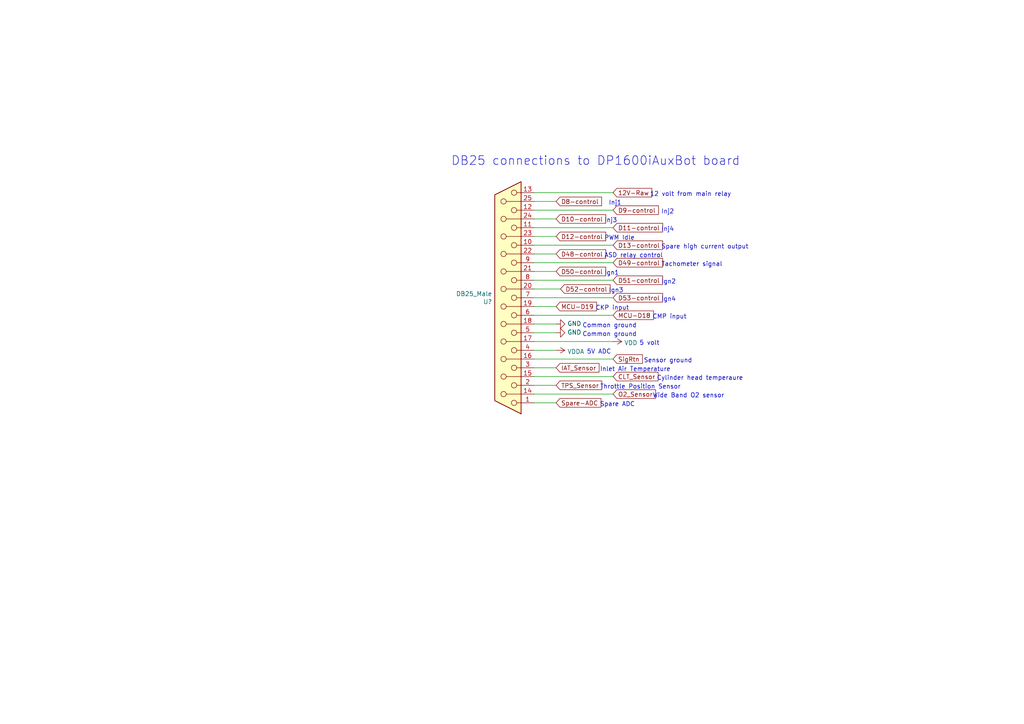
<source format=kicad_sch>
(kicad_sch (version 20211123) (generator eeschema)

  (uuid 5bb5ade6-888d-45ac-bee2-e4629e2ec8aa)

  (paper "A4")

  (title_block
    (title "DP1600i")
    (date "2022-11-11")
    (company "Robert Hiebert")
  )

  (lib_symbols
    (symbol "Connector:DB25_Female" (pin_names (offset 1.016) hide) (in_bom yes) (on_board yes)
      (property "Reference" "J" (id 0) (at 0 34.29 0)
        (effects (font (size 1.27 1.27)))
      )
      (property "Value" "DB25_Female" (id 1) (at 0 -34.925 0)
        (effects (font (size 1.27 1.27)))
      )
      (property "Footprint" "" (id 2) (at 0 0 0)
        (effects (font (size 1.27 1.27)) hide)
      )
      (property "Datasheet" " ~" (id 3) (at 0 0 0)
        (effects (font (size 1.27 1.27)) hide)
      )
      (property "ki_keywords" "female D-SUB connector" (id 4) (at 0 0 0)
        (effects (font (size 1.27 1.27)) hide)
      )
      (property "ki_description" "25-pin female D-SUB connector" (id 5) (at 0 0 0)
        (effects (font (size 1.27 1.27)) hide)
      )
      (property "ki_fp_filters" "DSUB*Female*" (id 6) (at 0 0 0)
        (effects (font (size 1.27 1.27)) hide)
      )
      (symbol "DB25_Female_0_1"
        (circle (center -1.778 -30.48) (radius 0.762)
          (stroke (width 0) (type default) (color 0 0 0 0))
          (fill (type none))
        )
        (circle (center -1.778 -25.4) (radius 0.762)
          (stroke (width 0) (type default) (color 0 0 0 0))
          (fill (type none))
        )
        (circle (center -1.778 -20.32) (radius 0.762)
          (stroke (width 0) (type default) (color 0 0 0 0))
          (fill (type none))
        )
        (circle (center -1.778 -15.24) (radius 0.762)
          (stroke (width 0) (type default) (color 0 0 0 0))
          (fill (type none))
        )
        (circle (center -1.778 -10.16) (radius 0.762)
          (stroke (width 0) (type default) (color 0 0 0 0))
          (fill (type none))
        )
        (circle (center -1.778 -5.08) (radius 0.762)
          (stroke (width 0) (type default) (color 0 0 0 0))
          (fill (type none))
        )
        (circle (center -1.778 0) (radius 0.762)
          (stroke (width 0) (type default) (color 0 0 0 0))
          (fill (type none))
        )
        (circle (center -1.778 5.08) (radius 0.762)
          (stroke (width 0) (type default) (color 0 0 0 0))
          (fill (type none))
        )
        (circle (center -1.778 10.16) (radius 0.762)
          (stroke (width 0) (type default) (color 0 0 0 0))
          (fill (type none))
        )
        (circle (center -1.778 15.24) (radius 0.762)
          (stroke (width 0) (type default) (color 0 0 0 0))
          (fill (type none))
        )
        (circle (center -1.778 20.32) (radius 0.762)
          (stroke (width 0) (type default) (color 0 0 0 0))
          (fill (type none))
        )
        (circle (center -1.778 25.4) (radius 0.762)
          (stroke (width 0) (type default) (color 0 0 0 0))
          (fill (type none))
        )
        (circle (center -1.778 30.48) (radius 0.762)
          (stroke (width 0) (type default) (color 0 0 0 0))
          (fill (type none))
        )
        (polyline
          (pts
            (xy -3.81 -30.48)
            (xy -2.54 -30.48)
          )
          (stroke (width 0) (type default) (color 0 0 0 0))
          (fill (type none))
        )
        (polyline
          (pts
            (xy -3.81 -27.94)
            (xy 0.508 -27.94)
          )
          (stroke (width 0) (type default) (color 0 0 0 0))
          (fill (type none))
        )
        (polyline
          (pts
            (xy -3.81 -25.4)
            (xy -2.54 -25.4)
          )
          (stroke (width 0) (type default) (color 0 0 0 0))
          (fill (type none))
        )
        (polyline
          (pts
            (xy -3.81 -22.86)
            (xy 0.508 -22.86)
          )
          (stroke (width 0) (type default) (color 0 0 0 0))
          (fill (type none))
        )
        (polyline
          (pts
            (xy -3.81 -20.32)
            (xy -2.54 -20.32)
          )
          (stroke (width 0) (type default) (color 0 0 0 0))
          (fill (type none))
        )
        (polyline
          (pts
            (xy -3.81 -17.78)
            (xy 0.508 -17.78)
          )
          (stroke (width 0) (type default) (color 0 0 0 0))
          (fill (type none))
        )
        (polyline
          (pts
            (xy -3.81 -15.24)
            (xy -2.54 -15.24)
          )
          (stroke (width 0) (type default) (color 0 0 0 0))
          (fill (type none))
        )
        (polyline
          (pts
            (xy -3.81 -12.7)
            (xy 0.508 -12.7)
          )
          (stroke (width 0) (type default) (color 0 0 0 0))
          (fill (type none))
        )
        (polyline
          (pts
            (xy -3.81 -10.16)
            (xy -2.54 -10.16)
          )
          (stroke (width 0) (type default) (color 0 0 0 0))
          (fill (type none))
        )
        (polyline
          (pts
            (xy -3.81 -7.62)
            (xy 0.508 -7.62)
          )
          (stroke (width 0) (type default) (color 0 0 0 0))
          (fill (type none))
        )
        (polyline
          (pts
            (xy -3.81 -5.08)
            (xy -2.54 -5.08)
          )
          (stroke (width 0) (type default) (color 0 0 0 0))
          (fill (type none))
        )
        (polyline
          (pts
            (xy -3.81 -2.54)
            (xy 0.508 -2.54)
          )
          (stroke (width 0) (type default) (color 0 0 0 0))
          (fill (type none))
        )
        (polyline
          (pts
            (xy -3.81 0)
            (xy -2.54 0)
          )
          (stroke (width 0) (type default) (color 0 0 0 0))
          (fill (type none))
        )
        (polyline
          (pts
            (xy -3.81 2.54)
            (xy 0.508 2.54)
          )
          (stroke (width 0) (type default) (color 0 0 0 0))
          (fill (type none))
        )
        (polyline
          (pts
            (xy -3.81 5.08)
            (xy -2.54 5.08)
          )
          (stroke (width 0) (type default) (color 0 0 0 0))
          (fill (type none))
        )
        (polyline
          (pts
            (xy -3.81 7.62)
            (xy 0.508 7.62)
          )
          (stroke (width 0) (type default) (color 0 0 0 0))
          (fill (type none))
        )
        (polyline
          (pts
            (xy -3.81 10.16)
            (xy -2.54 10.16)
          )
          (stroke (width 0) (type default) (color 0 0 0 0))
          (fill (type none))
        )
        (polyline
          (pts
            (xy -3.81 12.7)
            (xy 0.508 12.7)
          )
          (stroke (width 0) (type default) (color 0 0 0 0))
          (fill (type none))
        )
        (polyline
          (pts
            (xy -3.81 15.24)
            (xy -2.54 15.24)
          )
          (stroke (width 0) (type default) (color 0 0 0 0))
          (fill (type none))
        )
        (polyline
          (pts
            (xy -3.81 17.78)
            (xy 0.508 17.78)
          )
          (stroke (width 0) (type default) (color 0 0 0 0))
          (fill (type none))
        )
        (polyline
          (pts
            (xy -3.81 20.32)
            (xy -2.54 20.32)
          )
          (stroke (width 0) (type default) (color 0 0 0 0))
          (fill (type none))
        )
        (polyline
          (pts
            (xy -3.81 22.86)
            (xy 0.508 22.86)
          )
          (stroke (width 0) (type default) (color 0 0 0 0))
          (fill (type none))
        )
        (polyline
          (pts
            (xy -3.81 25.4)
            (xy -2.54 25.4)
          )
          (stroke (width 0) (type default) (color 0 0 0 0))
          (fill (type none))
        )
        (polyline
          (pts
            (xy -3.81 27.94)
            (xy 0.508 27.94)
          )
          (stroke (width 0) (type default) (color 0 0 0 0))
          (fill (type none))
        )
        (polyline
          (pts
            (xy -3.81 30.48)
            (xy -2.54 30.48)
          )
          (stroke (width 0) (type default) (color 0 0 0 0))
          (fill (type none))
        )
        (polyline
          (pts
            (xy -3.81 33.655)
            (xy 3.81 29.845)
            (xy 3.81 -29.845)
            (xy -3.81 -33.655)
            (xy -3.81 33.655)
          )
          (stroke (width 0.254) (type default) (color 0 0 0 0))
          (fill (type background))
        )
        (circle (center 1.27 -27.94) (radius 0.762)
          (stroke (width 0) (type default) (color 0 0 0 0))
          (fill (type none))
        )
        (circle (center 1.27 -22.86) (radius 0.762)
          (stroke (width 0) (type default) (color 0 0 0 0))
          (fill (type none))
        )
        (circle (center 1.27 -17.78) (radius 0.762)
          (stroke (width 0) (type default) (color 0 0 0 0))
          (fill (type none))
        )
        (circle (center 1.27 -12.7) (radius 0.762)
          (stroke (width 0) (type default) (color 0 0 0 0))
          (fill (type none))
        )
        (circle (center 1.27 -7.62) (radius 0.762)
          (stroke (width 0) (type default) (color 0 0 0 0))
          (fill (type none))
        )
        (circle (center 1.27 -2.54) (radius 0.762)
          (stroke (width 0) (type default) (color 0 0 0 0))
          (fill (type none))
        )
        (circle (center 1.27 2.54) (radius 0.762)
          (stroke (width 0) (type default) (color 0 0 0 0))
          (fill (type none))
        )
        (circle (center 1.27 7.62) (radius 0.762)
          (stroke (width 0) (type default) (color 0 0 0 0))
          (fill (type none))
        )
        (circle (center 1.27 12.7) (radius 0.762)
          (stroke (width 0) (type default) (color 0 0 0 0))
          (fill (type none))
        )
        (circle (center 1.27 17.78) (radius 0.762)
          (stroke (width 0) (type default) (color 0 0 0 0))
          (fill (type none))
        )
        (circle (center 1.27 22.86) (radius 0.762)
          (stroke (width 0) (type default) (color 0 0 0 0))
          (fill (type none))
        )
        (circle (center 1.27 27.94) (radius 0.762)
          (stroke (width 0) (type default) (color 0 0 0 0))
          (fill (type none))
        )
      )
      (symbol "DB25_Female_1_1"
        (pin passive line (at -7.62 30.48 0) (length 3.81)
          (name "1" (effects (font (size 1.27 1.27))))
          (number "1" (effects (font (size 1.27 1.27))))
        )
        (pin passive line (at -7.62 -15.24 0) (length 3.81)
          (name "10" (effects (font (size 1.27 1.27))))
          (number "10" (effects (font (size 1.27 1.27))))
        )
        (pin passive line (at -7.62 -20.32 0) (length 3.81)
          (name "11" (effects (font (size 1.27 1.27))))
          (number "11" (effects (font (size 1.27 1.27))))
        )
        (pin passive line (at -7.62 -25.4 0) (length 3.81)
          (name "12" (effects (font (size 1.27 1.27))))
          (number "12" (effects (font (size 1.27 1.27))))
        )
        (pin passive line (at -7.62 -30.48 0) (length 3.81)
          (name "13" (effects (font (size 1.27 1.27))))
          (number "13" (effects (font (size 1.27 1.27))))
        )
        (pin passive line (at -7.62 27.94 0) (length 3.81)
          (name "P14" (effects (font (size 1.27 1.27))))
          (number "14" (effects (font (size 1.27 1.27))))
        )
        (pin passive line (at -7.62 22.86 0) (length 3.81)
          (name "P15" (effects (font (size 1.27 1.27))))
          (number "15" (effects (font (size 1.27 1.27))))
        )
        (pin passive line (at -7.62 17.78 0) (length 3.81)
          (name "P16" (effects (font (size 1.27 1.27))))
          (number "16" (effects (font (size 1.27 1.27))))
        )
        (pin passive line (at -7.62 12.7 0) (length 3.81)
          (name "P17" (effects (font (size 1.27 1.27))))
          (number "17" (effects (font (size 1.27 1.27))))
        )
        (pin passive line (at -7.62 7.62 0) (length 3.81)
          (name "P18" (effects (font (size 1.27 1.27))))
          (number "18" (effects (font (size 1.27 1.27))))
        )
        (pin passive line (at -7.62 2.54 0) (length 3.81)
          (name "P19" (effects (font (size 1.27 1.27))))
          (number "19" (effects (font (size 1.27 1.27))))
        )
        (pin passive line (at -7.62 25.4 0) (length 3.81)
          (name "2" (effects (font (size 1.27 1.27))))
          (number "2" (effects (font (size 1.27 1.27))))
        )
        (pin passive line (at -7.62 -2.54 0) (length 3.81)
          (name "P20" (effects (font (size 1.27 1.27))))
          (number "20" (effects (font (size 1.27 1.27))))
        )
        (pin passive line (at -7.62 -7.62 0) (length 3.81)
          (name "P21" (effects (font (size 1.27 1.27))))
          (number "21" (effects (font (size 1.27 1.27))))
        )
        (pin passive line (at -7.62 -12.7 0) (length 3.81)
          (name "P22" (effects (font (size 1.27 1.27))))
          (number "22" (effects (font (size 1.27 1.27))))
        )
        (pin passive line (at -7.62 -17.78 0) (length 3.81)
          (name "P23" (effects (font (size 1.27 1.27))))
          (number "23" (effects (font (size 1.27 1.27))))
        )
        (pin passive line (at -7.62 -22.86 0) (length 3.81)
          (name "P24" (effects (font (size 1.27 1.27))))
          (number "24" (effects (font (size 1.27 1.27))))
        )
        (pin passive line (at -7.62 -27.94 0) (length 3.81)
          (name "P25" (effects (font (size 1.27 1.27))))
          (number "25" (effects (font (size 1.27 1.27))))
        )
        (pin passive line (at -7.62 20.32 0) (length 3.81)
          (name "3" (effects (font (size 1.27 1.27))))
          (number "3" (effects (font (size 1.27 1.27))))
        )
        (pin passive line (at -7.62 15.24 0) (length 3.81)
          (name "4" (effects (font (size 1.27 1.27))))
          (number "4" (effects (font (size 1.27 1.27))))
        )
        (pin passive line (at -7.62 10.16 0) (length 3.81)
          (name "5" (effects (font (size 1.27 1.27))))
          (number "5" (effects (font (size 1.27 1.27))))
        )
        (pin passive line (at -7.62 5.08 0) (length 3.81)
          (name "6" (effects (font (size 1.27 1.27))))
          (number "6" (effects (font (size 1.27 1.27))))
        )
        (pin passive line (at -7.62 0 0) (length 3.81)
          (name "7" (effects (font (size 1.27 1.27))))
          (number "7" (effects (font (size 1.27 1.27))))
        )
        (pin passive line (at -7.62 -5.08 0) (length 3.81)
          (name "8" (effects (font (size 1.27 1.27))))
          (number "8" (effects (font (size 1.27 1.27))))
        )
        (pin passive line (at -7.62 -10.16 0) (length 3.81)
          (name "9" (effects (font (size 1.27 1.27))))
          (number "9" (effects (font (size 1.27 1.27))))
        )
      )
    )
    (symbol "power:GND" (power) (pin_names (offset 0)) (in_bom yes) (on_board yes)
      (property "Reference" "#PWR" (id 0) (at 0 -6.35 0)
        (effects (font (size 1.27 1.27)) hide)
      )
      (property "Value" "GND" (id 1) (at 0 -3.81 0)
        (effects (font (size 1.27 1.27)))
      )
      (property "Footprint" "" (id 2) (at 0 0 0)
        (effects (font (size 1.27 1.27)) hide)
      )
      (property "Datasheet" "" (id 3) (at 0 0 0)
        (effects (font (size 1.27 1.27)) hide)
      )
      (property "ki_keywords" "power-flag" (id 4) (at 0 0 0)
        (effects (font (size 1.27 1.27)) hide)
      )
      (property "ki_description" "Power symbol creates a global label with name \"GND\" , ground" (id 5) (at 0 0 0)
        (effects (font (size 1.27 1.27)) hide)
      )
      (symbol "GND_0_1"
        (polyline
          (pts
            (xy 0 0)
            (xy 0 -1.27)
            (xy 1.27 -1.27)
            (xy 0 -2.54)
            (xy -1.27 -1.27)
            (xy 0 -1.27)
          )
          (stroke (width 0) (type default) (color 0 0 0 0))
          (fill (type none))
        )
      )
      (symbol "GND_1_1"
        (pin power_in line (at 0 0 270) (length 0) hide
          (name "GND" (effects (font (size 1.27 1.27))))
          (number "1" (effects (font (size 1.27 1.27))))
        )
      )
    )
    (symbol "power:VDD" (power) (pin_names (offset 0)) (in_bom yes) (on_board yes)
      (property "Reference" "#PWR" (id 0) (at 0 -3.81 0)
        (effects (font (size 1.27 1.27)) hide)
      )
      (property "Value" "VDD" (id 1) (at 0 3.81 0)
        (effects (font (size 1.27 1.27)))
      )
      (property "Footprint" "" (id 2) (at 0 0 0)
        (effects (font (size 1.27 1.27)) hide)
      )
      (property "Datasheet" "" (id 3) (at 0 0 0)
        (effects (font (size 1.27 1.27)) hide)
      )
      (property "ki_keywords" "power-flag" (id 4) (at 0 0 0)
        (effects (font (size 1.27 1.27)) hide)
      )
      (property "ki_description" "Power symbol creates a global label with name \"VDD\"" (id 5) (at 0 0 0)
        (effects (font (size 1.27 1.27)) hide)
      )
      (symbol "VDD_0_1"
        (polyline
          (pts
            (xy -0.762 1.27)
            (xy 0 2.54)
          )
          (stroke (width 0) (type default) (color 0 0 0 0))
          (fill (type none))
        )
        (polyline
          (pts
            (xy 0 0)
            (xy 0 2.54)
          )
          (stroke (width 0) (type default) (color 0 0 0 0))
          (fill (type none))
        )
        (polyline
          (pts
            (xy 0 2.54)
            (xy 0.762 1.27)
          )
          (stroke (width 0) (type default) (color 0 0 0 0))
          (fill (type none))
        )
      )
      (symbol "VDD_1_1"
        (pin power_in line (at 0 0 90) (length 0) hide
          (name "VDD" (effects (font (size 1.27 1.27))))
          (number "1" (effects (font (size 1.27 1.27))))
        )
      )
    )
    (symbol "power:VDDA" (power) (pin_names (offset 0)) (in_bom yes) (on_board yes)
      (property "Reference" "#PWR" (id 0) (at 0 -3.81 0)
        (effects (font (size 1.27 1.27)) hide)
      )
      (property "Value" "VDDA" (id 1) (at 0 3.81 0)
        (effects (font (size 1.27 1.27)))
      )
      (property "Footprint" "" (id 2) (at 0 0 0)
        (effects (font (size 1.27 1.27)) hide)
      )
      (property "Datasheet" "" (id 3) (at 0 0 0)
        (effects (font (size 1.27 1.27)) hide)
      )
      (property "ki_keywords" "power-flag" (id 4) (at 0 0 0)
        (effects (font (size 1.27 1.27)) hide)
      )
      (property "ki_description" "Power symbol creates a global label with name \"VDDA\"" (id 5) (at 0 0 0)
        (effects (font (size 1.27 1.27)) hide)
      )
      (symbol "VDDA_0_1"
        (polyline
          (pts
            (xy -0.762 1.27)
            (xy 0 2.54)
          )
          (stroke (width 0) (type default) (color 0 0 0 0))
          (fill (type none))
        )
        (polyline
          (pts
            (xy 0 0)
            (xy 0 2.54)
          )
          (stroke (width 0) (type default) (color 0 0 0 0))
          (fill (type none))
        )
        (polyline
          (pts
            (xy 0 2.54)
            (xy 0.762 1.27)
          )
          (stroke (width 0) (type default) (color 0 0 0 0))
          (fill (type none))
        )
      )
      (symbol "VDDA_1_1"
        (pin power_in line (at 0 0 90) (length 0) hide
          (name "VDDA" (effects (font (size 1.27 1.27))))
          (number "1" (effects (font (size 1.27 1.27))))
        )
      )
    )
  )


  (wire (pts (xy 154.94 68.58) (xy 161.29 68.58))
    (stroke (width 0) (type default) (color 0 0 0 0))
    (uuid 02ebb8e4-732b-4940-88d5-124404b3bdc0)
  )
  (wire (pts (xy 154.94 60.96) (xy 177.8 60.96))
    (stroke (width 0) (type default) (color 0 0 0 0))
    (uuid 0c79bdc6-dba3-4aac-a8a4-cf374f3381d9)
  )
  (wire (pts (xy 154.94 93.98) (xy 161.29 93.98))
    (stroke (width 0) (type default) (color 0 0 0 0))
    (uuid 0d251e31-a60e-4015-b35a-1b54778b37e3)
  )
  (wire (pts (xy 154.94 78.74) (xy 161.29 78.74))
    (stroke (width 0) (type default) (color 0 0 0 0))
    (uuid 0d34da8f-eba4-4a2b-be54-09acf5b59e0e)
  )
  (wire (pts (xy 154.94 55.88) (xy 177.8 55.88))
    (stroke (width 0) (type default) (color 0 0 0 0))
    (uuid 1e7223bb-4027-4e27-b978-97a00e8ecb91)
  )
  (wire (pts (xy 154.94 76.2) (xy 177.8 76.2))
    (stroke (width 0) (type default) (color 0 0 0 0))
    (uuid 3314f310-176f-46b3-8aaf-fd1963a33d80)
  )
  (wire (pts (xy 154.94 106.68) (xy 161.29 106.68))
    (stroke (width 0) (type default) (color 0 0 0 0))
    (uuid 3f406720-4e9b-4f55-bc35-b5668c92fb87)
  )
  (wire (pts (xy 162.56 83.82) (xy 154.94 83.82))
    (stroke (width 0) (type default) (color 0 0 0 0))
    (uuid 5dd4bed6-bc69-4087-89d9-873752f9a95b)
  )
  (wire (pts (xy 154.94 73.66) (xy 161.29 73.66))
    (stroke (width 0) (type default) (color 0 0 0 0))
    (uuid 7215adcb-c3da-4474-82c4-6b11843e3450)
  )
  (wire (pts (xy 154.94 104.14) (xy 177.8 104.14))
    (stroke (width 0) (type default) (color 0 0 0 0))
    (uuid 7768ade5-cee4-417e-b9c6-877c64892f76)
  )
  (wire (pts (xy 154.94 111.76) (xy 161.29 111.76))
    (stroke (width 0) (type default) (color 0 0 0 0))
    (uuid 77a7dd22-426e-4d28-b54f-6cb1c7652632)
  )
  (wire (pts (xy 154.94 71.12) (xy 177.8 71.12))
    (stroke (width 0) (type default) (color 0 0 0 0))
    (uuid 785e46ba-4d98-4e18-b2ff-48e1cf4ae2de)
  )
  (wire (pts (xy 154.94 116.84) (xy 161.29 116.84))
    (stroke (width 0) (type default) (color 0 0 0 0))
    (uuid 79ca157e-2659-452a-9e82-2e7bcde0acbe)
  )
  (wire (pts (xy 154.94 66.04) (xy 177.8 66.04))
    (stroke (width 0) (type default) (color 0 0 0 0))
    (uuid 81080003-3437-4512-ba4c-53559552c744)
  )
  (wire (pts (xy 154.94 88.9) (xy 161.29 88.9))
    (stroke (width 0) (type default) (color 0 0 0 0))
    (uuid 89a6eb07-f3b6-423e-91fe-3f2cdd3a3768)
  )
  (wire (pts (xy 154.94 81.28) (xy 177.8 81.28))
    (stroke (width 0) (type default) (color 0 0 0 0))
    (uuid 8c91452a-0184-491e-8305-2af4c674a2c1)
  )
  (wire (pts (xy 154.94 99.06) (xy 177.8 99.06))
    (stroke (width 0) (type default) (color 0 0 0 0))
    (uuid 8f8121d3-ae42-42ef-bd3e-20a12976c82b)
  )
  (wire (pts (xy 161.29 101.6) (xy 154.94 101.6))
    (stroke (width 0) (type default) (color 0 0 0 0))
    (uuid 9821356b-fdde-4c79-afde-76cac5ad2803)
  )
  (wire (pts (xy 154.94 109.22) (xy 177.8 109.22))
    (stroke (width 0) (type default) (color 0 0 0 0))
    (uuid 9cc90e0c-9321-4618-8c81-b3f0001c1320)
  )
  (wire (pts (xy 161.29 96.52) (xy 154.94 96.52))
    (stroke (width 0) (type default) (color 0 0 0 0))
    (uuid a048a82c-d360-4853-bbc0-dd3b5f29728a)
  )
  (wire (pts (xy 154.94 86.36) (xy 177.8 86.36))
    (stroke (width 0) (type default) (color 0 0 0 0))
    (uuid abeeaf5b-ae45-4692-a96b-c12b66e3c590)
  )
  (wire (pts (xy 154.94 63.5) (xy 161.29 63.5))
    (stroke (width 0) (type default) (color 0 0 0 0))
    (uuid b575de7b-30e9-4000-9b36-0e209bee4d70)
  )
  (wire (pts (xy 154.94 91.44) (xy 177.8 91.44))
    (stroke (width 0) (type default) (color 0 0 0 0))
    (uuid d30a5309-ffca-4e2b-9273-99e5a50fa94a)
  )
  (wire (pts (xy 154.94 58.42) (xy 161.29 58.42))
    (stroke (width 0) (type default) (color 0 0 0 0))
    (uuid efabed11-f35e-4416-aea9-01492d21715f)
  )
  (wire (pts (xy 154.94 114.3) (xy 177.8 114.3))
    (stroke (width 0) (type default) (color 0 0 0 0))
    (uuid f5d8f277-41ba-46c2-a322-3c33126845ed)
  )

  (text "CMP input" (at 189.23 92.71 0)
    (effects (font (size 1.27 1.27)) (justify left bottom))
    (uuid 09c12c37-b6c1-4259-9953-67d05758d670)
  )
  (text "Ign1" (at 175.26 80.01 0)
    (effects (font (size 1.27 1.27)) (justify left bottom))
    (uuid 0a928964-bbde-4c59-b64f-297195725079)
  )
  (text "Ign3" (at 176.53 85.09 0)
    (effects (font (size 1.27 1.27)) (justify left bottom))
    (uuid 2dff7169-dac0-4e43-b30c-e74d541d96e9)
  )
  (text "Inj4" (at 191.77 67.31 0)
    (effects (font (size 1.27 1.27)) (justify left bottom))
    (uuid 37e45b80-b95a-42e0-aed4-e4c6f4853b45)
  )
  (text "DB25 connections to DP1600iAuxBot board" (at 130.81 48.26 0)
    (effects (font (size 2.54 2.54)) (justify left bottom))
    (uuid 59142cd8-cfaf-4e0a-b41b-7d6947206329)
  )
  (text "Ign2" (at 191.77 82.55 0)
    (effects (font (size 1.27 1.27)) (justify left bottom))
    (uuid 5d4b05a1-8317-48b1-b2be-1605bf4d6517)
  )
  (text "Common ground" (at 168.91 95.25 0)
    (effects (font (size 1.27 1.27)) (justify left bottom))
    (uuid 5de18db1-e7c4-4bbc-8e05-3e9323c9c6c0)
  )
  (text "Inj2" (at 191.77 62.23 0)
    (effects (font (size 1.27 1.27)) (justify left bottom))
    (uuid 64c8b406-71d4-460e-8854-b617dc8bbd67)
  )
  (text "5V ADC" (at 170.18 102.87 0)
    (effects (font (size 1.27 1.27)) (justify left bottom))
    (uuid 67f93e05-980c-488f-b2eb-aeca5241214e)
  )
  (text "Wide Band O2 sensor" (at 189.23 115.57 0)
    (effects (font (size 1.27 1.27)) (justify left bottom))
    (uuid 6985e006-c4fb-48cb-960d-04e29ef33b0d)
  )
  (text "5 volt" (at 185.42 100.33 0)
    (effects (font (size 1.27 1.27)) (justify left bottom))
    (uuid 7e604266-e8eb-4c23-9f64-7691d795754c)
  )
  (text "Common ground" (at 168.91 97.79 0)
    (effects (font (size 1.27 1.27)) (justify left bottom))
    (uuid 80d2b965-390a-4fef-a82e-19558ff8abfc)
  )
  (text "Inlet Air Temperature" (at 173.99 107.95 0)
    (effects (font (size 1.27 1.27)) (justify left bottom))
    (uuid 852a79d7-4f2c-4426-b518-f5a450c64ab1)
  )
  (text "Ign4" (at 191.77 87.63 0)
    (effects (font (size 1.27 1.27)) (justify left bottom))
    (uuid 8ca18d98-c5bc-4f42-bc30-4cc8baf6e471)
  )
  (text "Spare ADC" (at 173.99 118.11 0)
    (effects (font (size 1.27 1.27)) (justify left bottom))
    (uuid 98946c09-a141-4e53-806f-a9410f47190d)
  )
  (text "12 volt from main relay" (at 212.09 57.15 180)
    (effects (font (size 1.27 1.27)) (justify right bottom))
    (uuid 9895a3d7-fde9-4107-9348-9d7d4ccf260f)
  )
  (text "Throttle Position Sensor" (at 173.99 113.03 0)
    (effects (font (size 1.27 1.27)) (justify left bottom))
    (uuid 9ca8e442-f4e3-4bb0-bb01-e352d6400d9a)
  )
  (text "ASD relay control" (at 175.26 74.93 0)
    (effects (font (size 1.27 1.27)) (justify left bottom))
    (uuid a818c477-2c55-4042-9584-3d06d2e1f611)
  )
  (text "Spare high current output " (at 191.77 72.39 0)
    (effects (font (size 1.27 1.27)) (justify left bottom))
    (uuid c53ffef8-74b2-4024-a819-ce896e6aa8f6)
  )
  (text "PWM Idle" (at 175.26 69.85 0)
    (effects (font (size 1.27 1.27)) (justify left bottom))
    (uuid c77b6960-127d-4b25-b062-efa8828fd585)
  )
  (text "Tachometer signal" (at 191.77 77.47 0)
    (effects (font (size 1.27 1.27)) (justify left bottom))
    (uuid c8581935-c472-46d5-8b48-d55c621e04e3)
  )
  (text "Inj1" (at 176.53 59.69 0)
    (effects (font (size 1.27 1.27)) (justify left bottom))
    (uuid c86be874-86fb-440e-892c-6fb8a8e92ff2)
  )
  (text "Sensor ground" (at 186.69 105.41 0)
    (effects (font (size 1.27 1.27)) (justify left bottom))
    (uuid d88daf45-4fc6-4a04-82cf-f72bb28a5f58)
  )
  (text "Cylinder head temperaure" (at 190.5 110.49 0)
    (effects (font (size 1.27 1.27)) (justify left bottom))
    (uuid e48325a8-083b-4647-a21f-8d6f484c7d12)
  )
  (text "CKP input" (at 172.72 90.17 0)
    (effects (font (size 1.27 1.27)) (justify left bottom))
    (uuid ed075d36-8bde-4389-afc0-fec1714559e2)
  )
  (text "Inj3" (at 175.26 64.77 0)
    (effects (font (size 1.27 1.27)) (justify left bottom))
    (uuid f60e2ee7-71c8-4c94-a418-dc3aac8de36b)
  )

  (global_label "IAT_Sensor" (shape input) (at 161.29 106.68 0) (fields_autoplaced)
    (effects (font (size 1.27 1.27)) (justify left))
    (uuid 0121d55c-b05a-40be-ab30-430bda663f76)
    (property "Intersheet References" "${INTERSHEET_REFS}" (id 0) (at 0 0 0)
      (effects (font (size 1.27 1.27)) hide)
    )
  )
  (global_label "D9-control" (shape input) (at 177.8 60.96 0) (fields_autoplaced)
    (effects (font (size 1.27 1.27)) (justify left))
    (uuid 086ec436-4ed3-438b-888a-4a204bc5d97c)
    (property "Intersheet References" "${INTERSHEET_REFS}" (id 0) (at 0 0 0)
      (effects (font (size 1.27 1.27)) hide)
    )
  )
  (global_label "12V-Raw" (shape input) (at 177.8 55.88 0) (fields_autoplaced)
    (effects (font (size 1.27 1.27)) (justify left))
    (uuid 148430e4-e8b5-4784-baf6-9ddd82501f2f)
    (property "Intersheet References" "${INTERSHEET_REFS}" (id 0) (at 0 0 0)
      (effects (font (size 1.27 1.27)) hide)
    )
  )
  (global_label "D10-control" (shape input) (at 161.29 63.5 0) (fields_autoplaced)
    (effects (font (size 1.27 1.27)) (justify left))
    (uuid 15d8f01e-2c83-47fe-8bd6-5fa33d19a943)
    (property "Intersheet References" "${INTERSHEET_REFS}" (id 0) (at 0 0 0)
      (effects (font (size 1.27 1.27)) hide)
    )
  )
  (global_label "SigRtn" (shape input) (at 177.8 104.14 0) (fields_autoplaced)
    (effects (font (size 1.27 1.27)) (justify left))
    (uuid 18cc09e3-d744-4c4c-bb28-765e13051ae0)
    (property "Intersheet References" "${INTERSHEET_REFS}" (id 0) (at 0 0 0)
      (effects (font (size 1.27 1.27)) hide)
    )
  )
  (global_label "MCU-D19" (shape input) (at 161.29 88.9 0) (fields_autoplaced)
    (effects (font (size 1.27 1.27)) (justify left))
    (uuid 35148047-aad3-462b-8f3e-3c523ee96590)
    (property "Intersheet References" "${INTERSHEET_REFS}" (id 0) (at 0 0 0)
      (effects (font (size 1.27 1.27)) hide)
    )
  )
  (global_label "D12-control" (shape input) (at 161.29 68.58 0) (fields_autoplaced)
    (effects (font (size 1.27 1.27)) (justify left))
    (uuid 4697f2ce-6a01-4415-aafa-3ea54ff38266)
    (property "Intersheet References" "${INTERSHEET_REFS}" (id 0) (at 0 0 0)
      (effects (font (size 1.27 1.27)) hide)
    )
  )
  (global_label "D48-control" (shape input) (at 161.29 73.66 0) (fields_autoplaced)
    (effects (font (size 1.27 1.27)) (justify left))
    (uuid 4c20c45c-fd6e-4f05-996c-1a3b6072be1e)
    (property "Intersheet References" "${INTERSHEET_REFS}" (id 0) (at 0 0 0)
      (effects (font (size 1.27 1.27)) hide)
    )
  )
  (global_label "MCU-D18" (shape input) (at 177.8 91.44 0) (fields_autoplaced)
    (effects (font (size 1.27 1.27)) (justify left))
    (uuid 61e920ed-18e2-4264-a2c5-e4311083c63d)
    (property "Intersheet References" "${INTERSHEET_REFS}" (id 0) (at 0 0 0)
      (effects (font (size 1.27 1.27)) hide)
    )
  )
  (global_label "D53-control" (shape input) (at 177.8 86.36 0) (fields_autoplaced)
    (effects (font (size 1.27 1.27)) (justify left))
    (uuid 6f248f89-d699-479f-9586-83eda0526f85)
    (property "Intersheet References" "${INTERSHEET_REFS}" (id 0) (at 0 0 0)
      (effects (font (size 1.27 1.27)) hide)
    )
  )
  (global_label "O2_Sensor" (shape input) (at 177.8 114.3 0) (fields_autoplaced)
    (effects (font (size 1.27 1.27)) (justify left))
    (uuid 71d3e7b8-7dc9-4565-8a4b-356b40f8639d)
    (property "Intersheet References" "${INTERSHEET_REFS}" (id 0) (at 0 0 0)
      (effects (font (size 1.27 1.27)) hide)
    )
  )
  (global_label "D50-control" (shape input) (at 161.29 78.74 0) (fields_autoplaced)
    (effects (font (size 1.27 1.27)) (justify left))
    (uuid 72c2ca67-6b68-47e3-9a3b-bc3361ecbb51)
    (property "Intersheet References" "${INTERSHEET_REFS}" (id 0) (at 0 0 0)
      (effects (font (size 1.27 1.27)) hide)
    )
  )
  (global_label "TPS_Sensor" (shape input) (at 161.29 111.76 0) (fields_autoplaced)
    (effects (font (size 1.27 1.27)) (justify left))
    (uuid 7b7724d5-7e23-437c-aa14-1818a5d3c266)
    (property "Intersheet References" "${INTERSHEET_REFS}" (id 0) (at 0 0 0)
      (effects (font (size 1.27 1.27)) hide)
    )
  )
  (global_label "Spare-ADC" (shape input) (at 161.29 116.84 0) (fields_autoplaced)
    (effects (font (size 1.27 1.27)) (justify left))
    (uuid 7fa8bfb4-2979-4884-8f97-f6ee39741f1d)
    (property "Intersheet References" "${INTERSHEET_REFS}" (id 0) (at 0 0 0)
      (effects (font (size 1.27 1.27)) hide)
    )
  )
  (global_label "D13-control" (shape input) (at 177.8 71.12 0) (fields_autoplaced)
    (effects (font (size 1.27 1.27)) (justify left))
    (uuid 8457bc61-8a70-41dd-a640-e6b65d73b6d1)
    (property "Intersheet References" "${INTERSHEET_REFS}" (id 0) (at 0 0 0)
      (effects (font (size 1.27 1.27)) hide)
    )
  )
  (global_label "D11-control" (shape input) (at 177.8 66.04 0) (fields_autoplaced)
    (effects (font (size 1.27 1.27)) (justify left))
    (uuid 9382f807-f808-4708-93f7-c9532813c4f7)
    (property "Intersheet References" "${INTERSHEET_REFS}" (id 0) (at 0 0 0)
      (effects (font (size 1.27 1.27)) hide)
    )
  )
  (global_label "D52-control" (shape input) (at 162.56 83.82 0) (fields_autoplaced)
    (effects (font (size 1.27 1.27)) (justify left))
    (uuid cf9f6c2a-2310-4326-8033-db4a8d2fcafc)
    (property "Intersheet References" "${INTERSHEET_REFS}" (id 0) (at 0 0 0)
      (effects (font (size 1.27 1.27)) hide)
    )
  )
  (global_label "D51-control" (shape input) (at 177.8 81.28 0) (fields_autoplaced)
    (effects (font (size 1.27 1.27)) (justify left))
    (uuid d0111e9c-0105-466b-8bc6-2cd2abe1c371)
    (property "Intersheet References" "${INTERSHEET_REFS}" (id 0) (at 0 0 0)
      (effects (font (size 1.27 1.27)) hide)
    )
  )
  (global_label "D8-control" (shape input) (at 161.29 58.42 0) (fields_autoplaced)
    (effects (font (size 1.27 1.27)) (justify left))
    (uuid e7bcfd5e-b8c6-4a3d-a2c0-75edead4ea1d)
    (property "Intersheet References" "${INTERSHEET_REFS}" (id 0) (at 0 0 0)
      (effects (font (size 1.27 1.27)) hide)
    )
  )
  (global_label "CLT_Sensor" (shape input) (at 177.8 109.22 0) (fields_autoplaced)
    (effects (font (size 1.27 1.27)) (justify left))
    (uuid fb7630a1-36e4-45ec-b971-8829936c736c)
    (property "Intersheet References" "${INTERSHEET_REFS}" (id 0) (at 0 0 0)
      (effects (font (size 1.27 1.27)) hide)
    )
  )
  (global_label "D49-control" (shape input) (at 177.8 76.2 0) (fields_autoplaced)
    (effects (font (size 1.27 1.27)) (justify left))
    (uuid fde801dc-9dc8-4780-b9d7-4ba39256152f)
    (property "Intersheet References" "${INTERSHEET_REFS}" (id 0) (at 0 0 0)
      (effects (font (size 1.27 1.27)) hide)
    )
  )

  (symbol (lib_id "power:GND") (at 161.29 93.98 90) (unit 1)
    (in_bom yes) (on_board yes)
    (uuid 00000000-0000-0000-0000-000063795edf)
    (property "Reference" "#PWR037" (id 0) (at 167.64 93.98 0)
      (effects (font (size 1.27 1.27)) hide)
    )
    (property "Value" "GND" (id 1) (at 164.5412 93.853 90)
      (effects (font (size 1.27 1.27)) (justify right))
    )
    (property "Footprint" "" (id 2) (at 161.29 93.98 0)
      (effects (font (size 1.27 1.27)) hide)
    )
    (property "Datasheet" "" (id 3) (at 161.29 93.98 0)
      (effects (font (size 1.27 1.27)) hide)
    )
    (pin "1" (uuid e91bfc0b-19ad-490d-ae8d-07237e84bdd2))
  )

  (symbol (lib_id "power:VDD") (at 177.8 99.06 270) (unit 1)
    (in_bom yes) (on_board yes)
    (uuid 00000000-0000-0000-0000-000063860120)
    (property "Reference" "#PWR0112" (id 0) (at 173.99 99.06 0)
      (effects (font (size 1.27 1.27)) hide)
    )
    (property "Value" "VDD" (id 1) (at 181.0512 99.441 90)
      (effects (font (size 1.27 1.27)) (justify left))
    )
    (property "Footprint" "" (id 2) (at 177.8 99.06 0)
      (effects (font (size 1.27 1.27)) hide)
    )
    (property "Datasheet" "" (id 3) (at 177.8 99.06 0)
      (effects (font (size 1.27 1.27)) hide)
    )
    (pin "1" (uuid 58d469bc-a286-4beb-9a91-0d4c75a55ac3))
  )

  (symbol (lib_id "power:VDDA") (at 161.29 101.6 270) (unit 1)
    (in_bom yes) (on_board yes)
    (uuid 00000000-0000-0000-0000-000063898c7d)
    (property "Reference" "#PWR0113" (id 0) (at 157.48 101.6 0)
      (effects (font (size 1.27 1.27)) hide)
    )
    (property "Value" "VDDA" (id 1) (at 164.5412 101.981 90)
      (effects (font (size 1.27 1.27)) (justify left))
    )
    (property "Footprint" "" (id 2) (at 161.29 101.6 0)
      (effects (font (size 1.27 1.27)) hide)
    )
    (property "Datasheet" "" (id 3) (at 161.29 101.6 0)
      (effects (font (size 1.27 1.27)) hide)
    )
    (pin "1" (uuid 0fb2fc3a-98ef-43e5-9b9d-dacec03a8613))
  )

  (symbol (lib_id "Connector:DB25_Female") (at 147.32 86.36 180) (unit 1)
    (in_bom yes) (on_board yes)
    (uuid 00000000-0000-0000-0000-0000638c4bb1)
    (property "Reference" "" (id 0) (at 142.748 87.5284 0)
      (effects (font (size 1.27 1.27)) (justify left))
    )
    (property "Value" "DB25_Male" (id 1) (at 142.748 85.217 0)
      (effects (font (size 1.27 1.27)) (justify left))
    )
    (property "Footprint" "Connector_Dsub:DSUB-25_Male_Horizontal_P2.77x2.84mm_EdgePinOffset4.94mm_Housed_MountingHolesOffset7.48mm" (id 2) (at 147.32 86.36 0)
      (effects (font (size 1.27 1.27)) hide)
    )
    (property "Datasheet" " ~" (id 3) (at 147.32 86.36 0)
      (effects (font (size 1.27 1.27)) hide)
    )
    (pin "1" (uuid f744e985-1824-48bf-b3b4-38268928459f))
    (pin "10" (uuid c409f656-ccdd-4804-a30e-fbd517e393ff))
    (pin "11" (uuid 1fd64c82-74f7-4631-b4d4-5abfd0498d66))
    (pin "12" (uuid aa8f0aae-74bf-4cf6-ab38-ee827382d00a))
    (pin "13" (uuid b7824c82-52c0-4574-9c08-306c9c6a50f7))
    (pin "14" (uuid 01a5877e-9c71-4df6-9490-720f61b67549))
    (pin "15" (uuid 3f579600-a2be-4a8a-91a4-a9111f6926af))
    (pin "16" (uuid bb78b2ab-a4d0-49e1-b933-456a80db05bb))
    (pin "17" (uuid 6dd3f0c3-b638-4573-9910-829be666a057))
    (pin "18" (uuid 0b58256b-f1d6-4570-aefe-da9aa834ec97))
    (pin "19" (uuid 330e5ae9-1682-4327-a37c-ef2c97f0c1e3))
    (pin "2" (uuid 61295d64-3461-4acb-857a-74213fc6e781))
    (pin "20" (uuid 0d530153-d0ad-4ce1-8996-1c411f507234))
    (pin "21" (uuid 7f6769a1-d9b4-424b-bd8c-34fc5384fb1c))
    (pin "22" (uuid eed7e986-11a6-48aa-a4bd-265fb7f4b3b4))
    (pin "23" (uuid caf20a61-90e4-45e3-bfc8-fd960c3319de))
    (pin "24" (uuid b254e642-c16e-4834-bf50-fd645ab27432))
    (pin "25" (uuid d8fde843-b0ee-4514-8d15-e614f7c34cc2))
    (pin "3" (uuid 8543b515-c2d1-4cf4-aaad-b32514f99c60))
    (pin "4" (uuid 574426b9-229b-42b2-be4a-ca83f05dcb2f))
    (pin "5" (uuid 2a5c6afe-0e04-469c-b65f-d49b277eb3a8))
    (pin "6" (uuid 4251de00-6831-493d-8995-d40fe685117d))
    (pin "7" (uuid 3a798909-7186-42a8-a903-3ed9833f9bdc))
    (pin "8" (uuid 8c4139e4-6c4c-4cb7-b12b-12310abb6ce9))
    (pin "9" (uuid 013d5422-d6f4-498a-a947-3aa22c16bbff))
  )

  (symbol (lib_id "power:GND") (at 161.29 96.52 90) (unit 1)
    (in_bom yes) (on_board yes)
    (uuid 00000000-0000-0000-0000-0000638c6999)
    (property "Reference" "#PWR041" (id 0) (at 167.64 96.52 0)
      (effects (font (size 1.27 1.27)) hide)
    )
    (property "Value" "GND" (id 1) (at 164.5412 96.393 90)
      (effects (font (size 1.27 1.27)) (justify right))
    )
    (property "Footprint" "" (id 2) (at 161.29 96.52 0)
      (effects (font (size 1.27 1.27)) hide)
    )
    (property "Datasheet" "" (id 3) (at 161.29 96.52 0)
      (effects (font (size 1.27 1.27)) hide)
    )
    (pin "1" (uuid 832b9632-b3e9-443a-b4b3-998147ecb751))
  )
)

</source>
